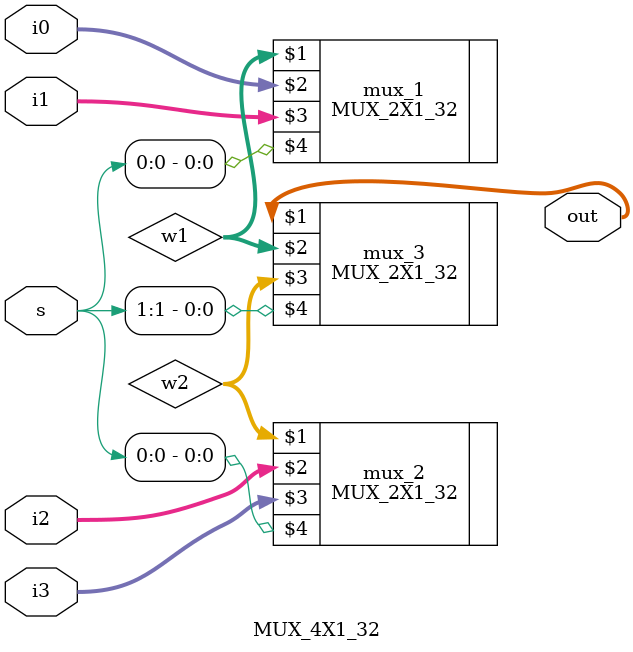
<source format=v>
module MUX_4X1_32(out,i0,i1,i2,i3,s);
input [31:0] i0,i1,i2,i3;
input [1:0]s;
output [31:0] out;
wire [31:0]w1,w2;
MUX_2X1_32 mux_1(w1,i0,i1,s[0]);
MUX_2X1_32 mux_2(w2,i2,i3,s[0]);
MUX_2X1_32 mux_3(out,w1,w2,s[1]);
endmodule
</source>
